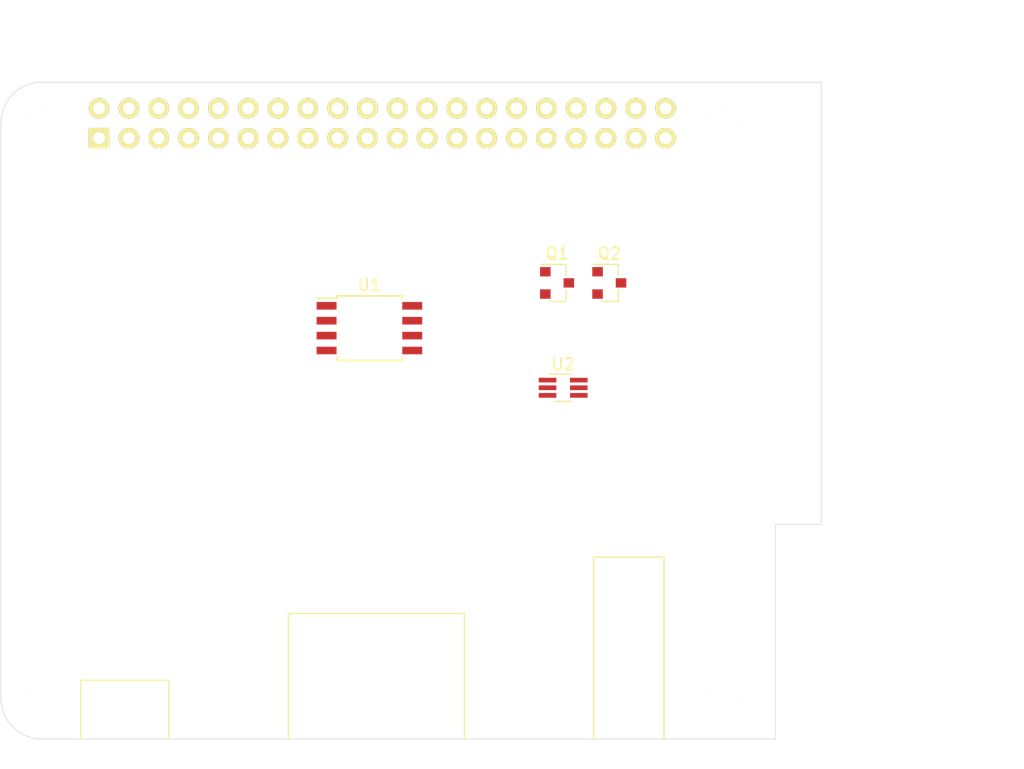
<source format=kicad_pcb>
(kicad_pcb (version 20171130) (host pcbnew "(5.1.10)-1")

  (general
    (thickness 1.6)
    (drawings 17)
    (tracks 0)
    (zones 0)
    (modules 5)
    (nets 61)
  )

  (page A4)
  (layers
    (0 F.Cu signal)
    (31 B.Cu signal)
    (32 B.Adhes user)
    (33 F.Adhes user)
    (34 B.Paste user)
    (35 F.Paste user)
    (36 B.SilkS user)
    (37 F.SilkS user)
    (38 B.Mask user)
    (39 F.Mask user)
    (40 Dwgs.User user)
    (41 Cmts.User user)
    (42 Eco1.User user)
    (43 Eco2.User user)
    (44 Edge.Cuts user)
    (45 Margin user)
    (46 B.CrtYd user)
    (47 F.CrtYd user)
    (48 B.Fab user)
    (49 F.Fab user)
  )

  (setup
    (last_trace_width 0.25)
    (trace_clearance 0.2)
    (zone_clearance 0.508)
    (zone_45_only no)
    (trace_min 0.2)
    (via_size 0.8)
    (via_drill 0.4)
    (via_min_size 0.4)
    (via_min_drill 0.3)
    (uvia_size 0.3)
    (uvia_drill 0.1)
    (uvias_allowed no)
    (uvia_min_size 0.2)
    (uvia_min_drill 0.1)
    (edge_width 0.05)
    (segment_width 0.2)
    (pcb_text_width 0.3)
    (pcb_text_size 1.5 1.5)
    (mod_edge_width 0.12)
    (mod_text_size 1 1)
    (mod_text_width 0.15)
    (pad_size 1.524 1.524)
    (pad_drill 0.762)
    (pad_to_mask_clearance 0)
    (aux_axis_origin 0 0)
    (visible_elements 7FFFFFFF)
    (pcbplotparams
      (layerselection 0x010fc_ffffffff)
      (usegerberextensions false)
      (usegerberattributes true)
      (usegerberadvancedattributes true)
      (creategerberjobfile true)
      (excludeedgelayer true)
      (linewidth 0.100000)
      (plotframeref false)
      (viasonmask false)
      (mode 1)
      (useauxorigin false)
      (hpglpennumber 1)
      (hpglpenspeed 20)
      (hpglpendiameter 15.000000)
      (psnegative false)
      (psa4output false)
      (plotreference true)
      (plotvalue true)
      (plotinvisibletext false)
      (padsonsilk false)
      (subtractmaskfromsilk false)
      (outputformat 1)
      (mirror false)
      (drillshape 1)
      (scaleselection 1)
      (outputdirectory ""))
  )

  (net 0 "")
  (net 1 "Net-(J1-Pad27)")
  (net 2 "Net-(J1-Pad28)")
  (net 3 "Net-(J1-Pad29)")
  (net 4 "Net-(J1-Pad30)")
  (net 5 "Net-(J1-Pad24)")
  (net 6 "Net-(J1-Pad23)")
  (net 7 "Net-(J1-Pad1)")
  (net 8 "Net-(J1-Pad2)")
  (net 9 "Net-(J1-Pad3)")
  (net 10 "Net-(J1-Pad4)")
  (net 11 "Net-(J1-Pad5)")
  (net 12 "Net-(J1-Pad6)")
  (net 13 "Net-(J1-Pad7)")
  (net 14 "Net-(J1-Pad8)")
  (net 15 "Net-(J1-Pad9)")
  (net 16 "Net-(J1-Pad10)")
  (net 17 "Net-(J1-Pad11)")
  (net 18 "Net-(J1-Pad12)")
  (net 19 "Net-(J1-Pad13)")
  (net 20 "Net-(J1-Pad14)")
  (net 21 "Net-(J1-Pad15)")
  (net 22 "Net-(J1-Pad16)")
  (net 23 "Net-(J1-Pad17)")
  (net 24 "Net-(J1-Pad18)")
  (net 25 "Net-(J1-Pad19)")
  (net 26 "Net-(J1-Pad20)")
  (net 27 "Net-(J1-Pad21)")
  (net 28 "Net-(J1-Pad22)")
  (net 29 "Net-(J1-Pad25)")
  (net 30 "Net-(J1-Pad26)")
  (net 31 "Net-(J1-Pad32)")
  (net 32 "Net-(J1-Pad31)")
  (net 33 "Net-(J1-Pad34)")
  (net 34 "Net-(J1-Pad33)")
  (net 35 "Net-(J1-Pad36)")
  (net 36 "Net-(J1-Pad35)")
  (net 37 "Net-(J1-Pad38)")
  (net 38 "Net-(J1-Pad37)")
  (net 39 "Net-(J1-Pad40)")
  (net 40 "Net-(J1-Pad39)")
  (net 41 "Net-(U1-Pad8)")
  (net 42 "Net-(U1-Pad7)")
  (net 43 "Net-(U1-Pad6)")
  (net 44 "Net-(U1-Pad5)")
  (net 45 "Net-(U1-Pad4)")
  (net 46 "Net-(U1-Pad3)")
  (net 47 "Net-(U1-Pad2)")
  (net 48 "Net-(U1-Pad1)")
  (net 49 "Net-(Q1-Pad3)")
  (net 50 "Net-(Q1-Pad2)")
  (net 51 "Net-(Q1-Pad1)")
  (net 52 HV)
  (net 53 LV)
  (net 54 +3V3)
  (net 55 "Net-(U2-Pad6)")
  (net 56 VCC)
  (net 57 "Net-(U2-Pad4)")
  (net 58 "Net-(U2-Pad3)")
  (net 59 GND)
  (net 60 "Net-(U2-Pad1)")

  (net_class Default "This is the default net class."
    (clearance 0.2)
    (trace_width 0.25)
    (via_dia 0.8)
    (via_drill 0.4)
    (uvia_dia 0.3)
    (uvia_drill 0.1)
    (add_net +3V3)
    (add_net GND)
    (add_net HV)
    (add_net LV)
    (add_net "Net-(J1-Pad1)")
    (add_net "Net-(J1-Pad10)")
    (add_net "Net-(J1-Pad11)")
    (add_net "Net-(J1-Pad12)")
    (add_net "Net-(J1-Pad13)")
    (add_net "Net-(J1-Pad14)")
    (add_net "Net-(J1-Pad15)")
    (add_net "Net-(J1-Pad16)")
    (add_net "Net-(J1-Pad17)")
    (add_net "Net-(J1-Pad18)")
    (add_net "Net-(J1-Pad19)")
    (add_net "Net-(J1-Pad2)")
    (add_net "Net-(J1-Pad20)")
    (add_net "Net-(J1-Pad21)")
    (add_net "Net-(J1-Pad22)")
    (add_net "Net-(J1-Pad23)")
    (add_net "Net-(J1-Pad24)")
    (add_net "Net-(J1-Pad25)")
    (add_net "Net-(J1-Pad26)")
    (add_net "Net-(J1-Pad27)")
    (add_net "Net-(J1-Pad28)")
    (add_net "Net-(J1-Pad29)")
    (add_net "Net-(J1-Pad3)")
    (add_net "Net-(J1-Pad30)")
    (add_net "Net-(J1-Pad31)")
    (add_net "Net-(J1-Pad32)")
    (add_net "Net-(J1-Pad33)")
    (add_net "Net-(J1-Pad34)")
    (add_net "Net-(J1-Pad35)")
    (add_net "Net-(J1-Pad36)")
    (add_net "Net-(J1-Pad37)")
    (add_net "Net-(J1-Pad38)")
    (add_net "Net-(J1-Pad39)")
    (add_net "Net-(J1-Pad4)")
    (add_net "Net-(J1-Pad40)")
    (add_net "Net-(J1-Pad5)")
    (add_net "Net-(J1-Pad6)")
    (add_net "Net-(J1-Pad7)")
    (add_net "Net-(J1-Pad8)")
    (add_net "Net-(J1-Pad9)")
    (add_net "Net-(Q1-Pad1)")
    (add_net "Net-(Q1-Pad2)")
    (add_net "Net-(Q1-Pad3)")
    (add_net "Net-(U1-Pad1)")
    (add_net "Net-(U1-Pad2)")
    (add_net "Net-(U1-Pad3)")
    (add_net "Net-(U1-Pad4)")
    (add_net "Net-(U1-Pad5)")
    (add_net "Net-(U1-Pad6)")
    (add_net "Net-(U1-Pad7)")
    (add_net "Net-(U1-Pad8)")
    (add_net "Net-(U2-Pad1)")
    (add_net "Net-(U2-Pad3)")
    (add_net "Net-(U2-Pad4)")
    (add_net "Net-(U2-Pad6)")
    (add_net VCC)
  )

  (module Package_TO_SOT_SMD:SOT-363_SC-70-6_Handsoldering (layer F.Cu) (tedit 5A02FF57) (tstamp 63E15C1C)
    (at 105.41 82.55)
    (descr "SOT-363, SC-70-6, Handsoldering")
    (tags "SOT-363 SC-70-6 Handsoldering")
    (path /63E1520F)
    (attr smd)
    (fp_text reference U2 (at 0 -2) (layer F.SilkS)
      (effects (font (size 1 1) (thickness 0.15)))
    )
    (fp_text value 74LVC1G97 (at 0 2 180) (layer F.Fab)
      (effects (font (size 1 1) (thickness 0.15)))
    )
    (fp_text user %R (at 0 0 90) (layer F.Fab)
      (effects (font (size 0.5 0.5) (thickness 0.075)))
    )
    (fp_line (start -2.4 1.4) (end 2.4 1.4) (layer F.CrtYd) (width 0.05))
    (fp_line (start 0.7 -1.16) (end -1.2 -1.16) (layer F.SilkS) (width 0.12))
    (fp_line (start -0.7 1.16) (end 0.7 1.16) (layer F.SilkS) (width 0.12))
    (fp_line (start 2.4 1.4) (end 2.4 -1.4) (layer F.CrtYd) (width 0.05))
    (fp_line (start -2.4 -1.4) (end -2.4 1.4) (layer F.CrtYd) (width 0.05))
    (fp_line (start -2.4 -1.4) (end 2.4 -1.4) (layer F.CrtYd) (width 0.05))
    (fp_line (start 0.675 -1.1) (end -0.175 -1.1) (layer F.Fab) (width 0.1))
    (fp_line (start -0.675 -0.6) (end -0.675 1.1) (layer F.Fab) (width 0.1))
    (fp_line (start 0.675 -1.1) (end 0.675 1.1) (layer F.Fab) (width 0.1))
    (fp_line (start 0.675 1.1) (end -0.675 1.1) (layer F.Fab) (width 0.1))
    (fp_line (start -0.175 -1.1) (end -0.675 -0.6) (layer F.Fab) (width 0.1))
    (pad 6 smd rect (at 1.33 -0.65) (size 1.5 0.4) (layers F.Cu F.Paste F.Mask)
      (net 55 "Net-(U2-Pad6)"))
    (pad 5 smd rect (at 1.33 0) (size 1.5 0.4) (layers F.Cu F.Paste F.Mask)
      (net 56 VCC))
    (pad 4 smd rect (at 1.33 0.65) (size 1.5 0.4) (layers F.Cu F.Paste F.Mask)
      (net 57 "Net-(U2-Pad4)"))
    (pad 3 smd rect (at -1.33 0.65) (size 1.5 0.4) (layers F.Cu F.Paste F.Mask)
      (net 58 "Net-(U2-Pad3)"))
    (pad 2 smd rect (at -1.33 0) (size 1.5 0.4) (layers F.Cu F.Paste F.Mask)
      (net 59 GND))
    (pad 1 smd rect (at -1.33 -0.65) (size 1.5 0.4) (layers F.Cu F.Paste F.Mask)
      (net 60 "Net-(U2-Pad1)"))
    (model ${KISYS3DMOD}/Package_TO_SOT_SMD.3dshapes/SOT-363_SC-70-6.wrl
      (at (xyz 0 0 0))
      (scale (xyz 1 1 1))
      (rotate (xyz 0 0 0))
    )
  )

  (module Package_TO_SOT_SMD:SOT-23 (layer F.Cu) (tedit 5A02FF57) (tstamp 63DE7AE4)
    (at 109.34 73.61)
    (descr "SOT-23, Standard")
    (tags SOT-23)
    (path /63DFA5A7)
    (attr smd)
    (fp_text reference Q2 (at 0 -2.5) (layer F.SilkS)
      (effects (font (size 1 1) (thickness 0.15)))
    )
    (fp_text value BSS138 (at 0 2.5) (layer F.Fab)
      (effects (font (size 1 1) (thickness 0.15)))
    )
    (fp_line (start 0.76 1.58) (end -0.7 1.58) (layer F.SilkS) (width 0.12))
    (fp_line (start 0.76 -1.58) (end -1.4 -1.58) (layer F.SilkS) (width 0.12))
    (fp_line (start -1.7 1.75) (end -1.7 -1.75) (layer F.CrtYd) (width 0.05))
    (fp_line (start 1.7 1.75) (end -1.7 1.75) (layer F.CrtYd) (width 0.05))
    (fp_line (start 1.7 -1.75) (end 1.7 1.75) (layer F.CrtYd) (width 0.05))
    (fp_line (start -1.7 -1.75) (end 1.7 -1.75) (layer F.CrtYd) (width 0.05))
    (fp_line (start 0.76 -1.58) (end 0.76 -0.65) (layer F.SilkS) (width 0.12))
    (fp_line (start 0.76 1.58) (end 0.76 0.65) (layer F.SilkS) (width 0.12))
    (fp_line (start -0.7 1.52) (end 0.7 1.52) (layer F.Fab) (width 0.1))
    (fp_line (start 0.7 -1.52) (end 0.7 1.52) (layer F.Fab) (width 0.1))
    (fp_line (start -0.7 -0.95) (end -0.15 -1.52) (layer F.Fab) (width 0.1))
    (fp_line (start -0.15 -1.52) (end 0.7 -1.52) (layer F.Fab) (width 0.1))
    (fp_line (start -0.7 -0.95) (end -0.7 1.5) (layer F.Fab) (width 0.1))
    (fp_text user %R (at 0 0 90) (layer F.Fab)
      (effects (font (size 0.5 0.5) (thickness 0.075)))
    )
    (pad 3 smd rect (at 1 0) (size 0.9 0.8) (layers F.Cu F.Paste F.Mask)
      (net 52 HV))
    (pad 2 smd rect (at -1 0.95) (size 0.9 0.8) (layers F.Cu F.Paste F.Mask)
      (net 53 LV))
    (pad 1 smd rect (at -1 -0.95) (size 0.9 0.8) (layers F.Cu F.Paste F.Mask)
      (net 54 +3V3))
    (model ${KISYS3DMOD}/Package_TO_SOT_SMD.3dshapes/SOT-23.wrl
      (at (xyz 0 0 0))
      (scale (xyz 1 1 1))
      (rotate (xyz 0 0 0))
    )
  )

  (module Package_TO_SOT_SMD:SOT-23 (layer F.Cu) (tedit 5A02FF57) (tstamp 63DE7ACF)
    (at 104.89 73.61)
    (descr "SOT-23, Standard")
    (tags SOT-23)
    (path /63DF8C6B)
    (attr smd)
    (fp_text reference Q1 (at 0 -2.5) (layer F.SilkS)
      (effects (font (size 1 1) (thickness 0.15)))
    )
    (fp_text value BSS138 (at 0 2.5) (layer F.Fab)
      (effects (font (size 1 1) (thickness 0.15)))
    )
    (fp_line (start 0.76 1.58) (end -0.7 1.58) (layer F.SilkS) (width 0.12))
    (fp_line (start 0.76 -1.58) (end -1.4 -1.58) (layer F.SilkS) (width 0.12))
    (fp_line (start -1.7 1.75) (end -1.7 -1.75) (layer F.CrtYd) (width 0.05))
    (fp_line (start 1.7 1.75) (end -1.7 1.75) (layer F.CrtYd) (width 0.05))
    (fp_line (start 1.7 -1.75) (end 1.7 1.75) (layer F.CrtYd) (width 0.05))
    (fp_line (start -1.7 -1.75) (end 1.7 -1.75) (layer F.CrtYd) (width 0.05))
    (fp_line (start 0.76 -1.58) (end 0.76 -0.65) (layer F.SilkS) (width 0.12))
    (fp_line (start 0.76 1.58) (end 0.76 0.65) (layer F.SilkS) (width 0.12))
    (fp_line (start -0.7 1.52) (end 0.7 1.52) (layer F.Fab) (width 0.1))
    (fp_line (start 0.7 -1.52) (end 0.7 1.52) (layer F.Fab) (width 0.1))
    (fp_line (start -0.7 -0.95) (end -0.15 -1.52) (layer F.Fab) (width 0.1))
    (fp_line (start -0.15 -1.52) (end 0.7 -1.52) (layer F.Fab) (width 0.1))
    (fp_line (start -0.7 -0.95) (end -0.7 1.5) (layer F.Fab) (width 0.1))
    (fp_text user %R (at 0 0 90) (layer F.Fab)
      (effects (font (size 0.5 0.5) (thickness 0.075)))
    )
    (pad 3 smd rect (at 1 0) (size 0.9 0.8) (layers F.Cu F.Paste F.Mask)
      (net 49 "Net-(Q1-Pad3)"))
    (pad 2 smd rect (at -1 0.95) (size 0.9 0.8) (layers F.Cu F.Paste F.Mask)
      (net 50 "Net-(Q1-Pad2)"))
    (pad 1 smd rect (at -1 -0.95) (size 0.9 0.8) (layers F.Cu F.Paste F.Mask)
      (net 51 "Net-(Q1-Pad1)"))
    (model ${KISYS3DMOD}/Package_TO_SOT_SMD.3dshapes/SOT-23.wrl
      (at (xyz 0 0 0))
      (scale (xyz 1 1 1))
      (rotate (xyz 0 0 0))
    )
  )

  (module Package_SO:SOIJ-8_5.3x5.3mm_P1.27mm (layer F.Cu) (tedit 5A02F2D3) (tstamp 63DE76B0)
    (at 88.9 77.47)
    (descr "8-Lead Plastic Small Outline (SM) - Medium, 5.28 mm Body [SOIC] (see Microchip Packaging Specification 00000049BS.pdf)")
    (tags "SOIC 1.27")
    (path /63DF71D7)
    (attr smd)
    (fp_text reference U1 (at 0 -3.68) (layer F.SilkS)
      (effects (font (size 1 1) (thickness 0.15)))
    )
    (fp_text value ATtiny85-20SU (at 0 3.68) (layer F.Fab)
      (effects (font (size 1 1) (thickness 0.15)))
    )
    (fp_line (start -2.75 -2.55) (end -4.5 -2.55) (layer F.SilkS) (width 0.15))
    (fp_line (start -2.75 2.755) (end 2.75 2.755) (layer F.SilkS) (width 0.15))
    (fp_line (start -2.75 -2.755) (end 2.75 -2.755) (layer F.SilkS) (width 0.15))
    (fp_line (start -2.75 2.755) (end -2.75 2.455) (layer F.SilkS) (width 0.15))
    (fp_line (start 2.75 2.755) (end 2.75 2.455) (layer F.SilkS) (width 0.15))
    (fp_line (start 2.75 -2.755) (end 2.75 -2.455) (layer F.SilkS) (width 0.15))
    (fp_line (start -2.75 -2.755) (end -2.75 -2.55) (layer F.SilkS) (width 0.15))
    (fp_line (start -4.75 2.95) (end 4.75 2.95) (layer F.CrtYd) (width 0.05))
    (fp_line (start -4.75 -2.95) (end 4.75 -2.95) (layer F.CrtYd) (width 0.05))
    (fp_line (start 4.75 -2.95) (end 4.75 2.95) (layer F.CrtYd) (width 0.05))
    (fp_line (start -4.75 -2.95) (end -4.75 2.95) (layer F.CrtYd) (width 0.05))
    (fp_line (start -2.65 -1.65) (end -1.65 -2.65) (layer F.Fab) (width 0.15))
    (fp_line (start -2.65 2.65) (end -2.65 -1.65) (layer F.Fab) (width 0.15))
    (fp_line (start 2.65 2.65) (end -2.65 2.65) (layer F.Fab) (width 0.15))
    (fp_line (start 2.65 -2.65) (end 2.65 2.65) (layer F.Fab) (width 0.15))
    (fp_line (start -1.65 -2.65) (end 2.65 -2.65) (layer F.Fab) (width 0.15))
    (fp_text user %R (at 0 0) (layer F.Fab)
      (effects (font (size 1 1) (thickness 0.15)))
    )
    (pad 8 smd rect (at 3.65 -1.905) (size 1.7 0.65) (layers F.Cu F.Paste F.Mask)
      (net 41 "Net-(U1-Pad8)"))
    (pad 7 smd rect (at 3.65 -0.635) (size 1.7 0.65) (layers F.Cu F.Paste F.Mask)
      (net 42 "Net-(U1-Pad7)"))
    (pad 6 smd rect (at 3.65 0.635) (size 1.7 0.65) (layers F.Cu F.Paste F.Mask)
      (net 43 "Net-(U1-Pad6)"))
    (pad 5 smd rect (at 3.65 1.905) (size 1.7 0.65) (layers F.Cu F.Paste F.Mask)
      (net 44 "Net-(U1-Pad5)"))
    (pad 4 smd rect (at -3.65 1.905) (size 1.7 0.65) (layers F.Cu F.Paste F.Mask)
      (net 45 "Net-(U1-Pad4)"))
    (pad 3 smd rect (at -3.65 0.635) (size 1.7 0.65) (layers F.Cu F.Paste F.Mask)
      (net 46 "Net-(U1-Pad3)"))
    (pad 2 smd rect (at -3.65 -0.635) (size 1.7 0.65) (layers F.Cu F.Paste F.Mask)
      (net 47 "Net-(U1-Pad2)"))
    (pad 1 smd rect (at -3.65 -1.905) (size 1.7 0.65) (layers F.Cu F.Paste F.Mask)
      (net 48 "Net-(U1-Pad1)"))
    (model ${KISYS3DMOD}/Package_SO.3dshapes/SOIJ-8_5.3x5.3mm_P1.27mm.wrl
      (at (xyz 0 0 0))
      (scale (xyz 1 1 1))
      (rotate (xyz 0 0 0))
    )
  )

  (module raspberrypi_2_3:raspberrypi_2_3 (layer F.Cu) (tedit 5C5E4138) (tstamp 63DE5898)
    (at 90 60)
    (descr "RaspberryPi 2")
    (tags CONN)
    (path /63DE4EB0)
    (fp_text reference J1 (at 0 -8.9) (layer F.Fab)
      (effects (font (size 2 2) (thickness 0.25)))
    )
    (fp_text value Raspberry_Pi_2_3 (at 0.1 -5.7) (layer F.Fab)
      (effects (font (size 2 2) (thickness 0.25)))
    )
    (fp_line (start -32.5 16.4) (end -32.5 31) (layer B.CrtYd) (width 0.15))
    (fp_line (start -18.2 52.5) (end -25.7 52.5) (layer B.CrtYd) (width 0.15))
    (fp_line (start 7 52.5) (end -8 52.5) (layer B.CrtYd) (width 0.15))
    (fp_line (start -18.2 47.5) (end -25.7 47.5) (layer B.CrtYd) (width 0.15))
    (fp_line (start -18.2 52.5) (end -18.2 47.5) (layer B.CrtYd) (width 0.15))
    (fp_line (start -25.7 52.5) (end -25.7 47.5) (layer B.CrtYd) (width 0.15))
    (fp_line (start -8 41.8) (end -8 52.5) (layer B.CrtYd) (width 0.15))
    (fp_line (start -8 41.8) (end 7 41.8) (layer B.CrtYd) (width 0.15))
    (fp_line (start 7 52.5) (end 7 41.8) (layer B.CrtYd) (width 0.15))
    (fp_line (start 18 55) (end 24 55) (layer B.CrtYd) (width 0.15))
    (fp_line (start 18 37) (end 18 55) (layer B.CrtYd) (width 0.15))
    (fp_line (start 24 37) (end 18 37) (layer B.CrtYd) (width 0.15))
    (fp_line (start 24 55) (end 24 37) (layer B.CrtYd) (width 0.15))
    (fp_line (start -17.9 16.4) (end -32.5 16.4) (layer B.CrtYd) (width 0.15))
    (fp_line (start -17.9 31) (end -32.5 31) (layer B.CrtYd) (width 0.15))
    (fp_line (start -17.9 16.4) (end -17.9 31) (layer B.CrtYd) (width 0.15))
    (fp_line (start 54.6 50.2) (end 54.6 34.3) (layer B.CrtYd) (width 0.15))
    (fp_line (start 33.6 50.2) (end 33.6 34.3) (layer B.CrtYd) (width 0.15))
    (fp_line (start 54.6 50.2) (end 33.6 50.2) (layer B.CrtYd) (width 0.15))
    (fp_line (start 33.6 34.3) (end 54.6 34.3) (layer B.CrtYd) (width 0.15))
    (fp_line (start 37.5 17) (end 54.6 17) (layer B.CrtYd) (width 0.15))
    (fp_line (start 37.5 30.1) (end 37.5 17) (layer B.CrtYd) (width 0.15))
    (fp_line (start 54.6 30.1) (end 37.5 30.1) (layer B.CrtYd) (width 0.15))
    (fp_line (start 54.6 30.1) (end 54.6 17) (layer B.CrtYd) (width 0.15))
    (fp_line (start 54.6 12.1) (end 37.5 12.1) (layer B.CrtYd) (width 0.15))
    (fp_line (start 37.5 -1) (end 37.5 12.1) (layer B.CrtYd) (width 0.15))
    (fp_line (start 54.6 12.1) (end 54.6 -1) (layer B.CrtYd) (width 0.15))
    (fp_line (start 37.5 -1) (end 54.6 -1) (layer B.CrtYd) (width 0.15))
    (fp_line (start -32.5 49) (end -32.5 0) (layer F.Fab) (width 0.15))
    (fp_line (start 49.5 -3.5) (end -29 -3.5) (layer F.Fab) (width 0.15))
    (fp_line (start 52.5 49.5) (end 52.5 -0.5) (layer F.Fab) (width 0.15))
    (fp_line (start -29 52.5) (end 49.5 52.5) (layer F.Fab) (width 0.15))
    (fp_line (start -25.4 -2.54) (end 25.4 -2.54) (layer F.Fab) (width 0.15))
    (fp_line (start 25.4 2.54) (end -25.4 2.54) (layer F.Fab) (width 0.15))
    (fp_line (start -25.4 -2.54) (end -25.4 2.54) (layer F.Fab) (width 0.15))
    (fp_line (start 25.39492 2.54) (end 25.39492 -2.54) (layer F.Fab) (width 0.15))
    (fp_arc (start 49.5 -0.5) (end 49.5 -3.5) (angle 90) (layer F.Fab) (width 0.15))
    (fp_arc (start 49.5 49.5) (end 52.5 49.5) (angle 90) (layer F.Fab) (width 0.15))
    (fp_arc (start -29 49) (end -29 52.5) (angle 90) (layer F.Fab) (width 0.15))
    (fp_arc (start -29 0) (end -32.5 0) (angle 90) (layer F.Fab) (width 0.15))
    (fp_text user "By Lukaneco" (at 23.7 -6.8) (layer F.Fab)
      (effects (font (size 1 1) (thickness 0.15)))
    )
    (pad 27 thru_hole circle (at 8.89 1.27) (size 1.75 1.75) (drill 1.016) (layers *.Cu *.Mask F.SilkS)
      (net 1 "Net-(J1-Pad27)"))
    (pad 28 thru_hole circle (at 8.89 -1.27) (size 1.75 1.75) (drill 1.016) (layers *.Cu *.Mask F.SilkS)
      (net 2 "Net-(J1-Pad28)"))
    (pad 29 thru_hole circle (at 11.43 1.27) (size 1.75 1.75) (drill 1.016) (layers *.Cu *.Mask F.SilkS)
      (net 3 "Net-(J1-Pad29)"))
    (pad 30 thru_hole circle (at 11.43 -1.27) (size 1.75 1.75) (drill 1.016) (layers *.Cu *.Mask F.SilkS)
      (net 4 "Net-(J1-Pad30)"))
    (pad 24 thru_hole circle (at 3.81 -1.27) (size 1.75 1.75) (drill 1.016) (layers *.Cu *.Mask F.SilkS)
      (net 5 "Net-(J1-Pad24)"))
    (pad 23 thru_hole circle (at 3.81 1.27) (size 1.75 1.75) (drill 1.016) (layers *.Cu *.Mask F.SilkS)
      (net 6 "Net-(J1-Pad23)"))
    (pad 1 thru_hole rect (at -24.13 1.27) (size 1.75 1.75) (drill 1.016) (layers *.Cu *.Mask F.SilkS)
      (net 7 "Net-(J1-Pad1)"))
    (pad 2 thru_hole circle (at -24.13 -1.27) (size 1.75 1.75) (drill 1.016) (layers *.Cu *.Mask F.SilkS)
      (net 8 "Net-(J1-Pad2)"))
    (pad 3 thru_hole circle (at -21.59 1.27) (size 1.75 1.75) (drill 1.016) (layers *.Cu *.Mask F.SilkS)
      (net 9 "Net-(J1-Pad3)"))
    (pad 4 thru_hole circle (at -21.59 -1.27) (size 1.75 1.75) (drill 1.016) (layers *.Cu *.Mask F.SilkS)
      (net 10 "Net-(J1-Pad4)"))
    (pad 5 thru_hole circle (at -19.05 1.27) (size 1.75 1.75) (drill 1.016) (layers *.Cu *.Mask F.SilkS)
      (net 11 "Net-(J1-Pad5)"))
    (pad 6 thru_hole circle (at -19.05 -1.27) (size 1.75 1.75) (drill 1.016) (layers *.Cu *.Mask F.SilkS)
      (net 12 "Net-(J1-Pad6)"))
    (pad 7 thru_hole circle (at -16.51 1.27) (size 1.75 1.75) (drill 1.016) (layers *.Cu *.Mask F.SilkS)
      (net 13 "Net-(J1-Pad7)"))
    (pad 8 thru_hole circle (at -16.51 -1.27) (size 1.75 1.75) (drill 1.016) (layers *.Cu *.Mask F.SilkS)
      (net 14 "Net-(J1-Pad8)"))
    (pad 9 thru_hole circle (at -13.97 1.27) (size 1.75 1.75) (drill 1.016) (layers *.Cu *.Mask F.SilkS)
      (net 15 "Net-(J1-Pad9)"))
    (pad 10 thru_hole circle (at -13.97 -1.27) (size 1.75 1.75) (drill 1.016) (layers *.Cu *.Mask F.SilkS)
      (net 16 "Net-(J1-Pad10)"))
    (pad 11 thru_hole circle (at -11.43 1.27) (size 1.75 1.75) (drill 1.016) (layers *.Cu *.Mask F.SilkS)
      (net 17 "Net-(J1-Pad11)"))
    (pad 12 thru_hole circle (at -11.43 -1.27) (size 1.75 1.75) (drill 1.016) (layers *.Cu *.Mask F.SilkS)
      (net 18 "Net-(J1-Pad12)"))
    (pad 13 thru_hole circle (at -8.89 1.27) (size 1.75 1.75) (drill 1.016) (layers *.Cu *.Mask F.SilkS)
      (net 19 "Net-(J1-Pad13)"))
    (pad 14 thru_hole circle (at -8.89 -1.27) (size 1.75 1.75) (drill 1.016) (layers *.Cu *.Mask F.SilkS)
      (net 20 "Net-(J1-Pad14)"))
    (pad 15 thru_hole circle (at -6.35 1.27) (size 1.75 1.75) (drill 1.016) (layers *.Cu *.Mask F.SilkS)
      (net 21 "Net-(J1-Pad15)"))
    (pad 16 thru_hole circle (at -6.35 -1.27) (size 1.75 1.75) (drill 1.016) (layers *.Cu *.Mask F.SilkS)
      (net 22 "Net-(J1-Pad16)"))
    (pad 17 thru_hole circle (at -3.81 1.27) (size 1.75 1.75) (drill 1.016) (layers *.Cu *.Mask F.SilkS)
      (net 23 "Net-(J1-Pad17)"))
    (pad 18 thru_hole circle (at -3.81 -1.27) (size 1.75 1.75) (drill 1.016) (layers *.Cu *.Mask F.SilkS)
      (net 24 "Net-(J1-Pad18)"))
    (pad 19 thru_hole circle (at -1.27 1.27) (size 1.75 1.75) (drill 1.016) (layers *.Cu *.Mask F.SilkS)
      (net 25 "Net-(J1-Pad19)"))
    (pad 20 thru_hole circle (at -1.27 -1.27) (size 1.75 1.75) (drill 1.016) (layers *.Cu *.Mask F.SilkS)
      (net 26 "Net-(J1-Pad20)"))
    (pad 21 thru_hole circle (at 1.27 1.27) (size 1.75 1.75) (drill 1.016) (layers *.Cu *.Mask F.SilkS)
      (net 27 "Net-(J1-Pad21)"))
    (pad 22 thru_hole circle (at 1.27 -1.27) (size 1.75 1.75) (drill 1.016) (layers *.Cu *.Mask F.SilkS)
      (net 28 "Net-(J1-Pad22)"))
    (pad 25 thru_hole circle (at 6.35 1.27) (size 1.75 1.75) (drill 1.016) (layers *.Cu *.Mask F.SilkS)
      (net 29 "Net-(J1-Pad25)"))
    (pad 26 thru_hole circle (at 6.35 -1.27) (size 1.75 1.75) (drill 1.016) (layers *.Cu *.Mask F.SilkS)
      (net 30 "Net-(J1-Pad26)"))
    (pad 32 thru_hole circle (at 13.97 -1.27) (size 1.75 1.75) (drill 1.016) (layers *.Cu *.Mask F.SilkS)
      (net 31 "Net-(J1-Pad32)"))
    (pad 31 thru_hole circle (at 13.97 1.27) (size 1.75 1.75) (drill 1.016) (layers *.Cu *.Mask F.SilkS)
      (net 32 "Net-(J1-Pad31)"))
    (pad 34 thru_hole circle (at 16.51 -1.27) (size 1.75 1.75) (drill 1.016) (layers *.Cu *.Mask F.SilkS)
      (net 33 "Net-(J1-Pad34)"))
    (pad 33 thru_hole circle (at 16.51 1.27) (size 1.75 1.75) (drill 1.016) (layers *.Cu *.Mask F.SilkS)
      (net 34 "Net-(J1-Pad33)"))
    (pad 36 thru_hole circle (at 19.05 -1.27) (size 1.75 1.75) (drill 1.016) (layers *.Cu *.Mask F.SilkS)
      (net 35 "Net-(J1-Pad36)"))
    (pad 35 thru_hole circle (at 19.05 1.27) (size 1.75 1.75) (drill 1.016) (layers *.Cu *.Mask F.SilkS)
      (net 36 "Net-(J1-Pad35)"))
    (pad 38 thru_hole circle (at 21.59 -1.27) (size 1.75 1.75) (drill 1.016) (layers *.Cu *.Mask F.SilkS)
      (net 37 "Net-(J1-Pad38)"))
    (pad 37 thru_hole circle (at 21.59 1.27) (size 1.75 1.75) (drill 1.016) (layers *.Cu *.Mask F.SilkS)
      (net 38 "Net-(J1-Pad37)"))
    (pad 40 thru_hole circle (at 24.13 -1.27) (size 1.75 1.75) (drill 1.016) (layers *.Cu *.Mask F.SilkS)
      (net 39 "Net-(J1-Pad40)"))
    (pad 39 thru_hole circle (at 24.13 1.27) (size 1.75 1.75) (drill 1.016) (layers *.Cu *.Mask F.SilkS)
      (net 40 "Net-(J1-Pad39)"))
    (pad "" np_thru_hole circle (at -29 0) (size 2.75 2.75) (drill 2.75) (layers *.Cu *.Mask F.SilkS))
    (pad "" np_thru_hole circle (at 29 0) (size 2.75 2.75) (drill 2.75) (layers *.Cu *.Mask F.SilkS))
    (pad "" np_thru_hole circle (at -29 49) (size 2.75 2.75) (drill 2.75) (layers *.Cu *.Mask F.SilkS))
    (pad "" np_thru_hole circle (at 29 49) (size 2.75 2.75) (drill 2.75) (layers *.Cu *.Mask F.SilkS))
    (model ${KIPRJMOD}/lib/raspberry_pi_3_b_plus.stp
      (offset (xyz 10 -24.5 -10.5))
      (scale (xyz 1 1 1))
      (rotate (xyz 0 0 0))
    )
  )

  (gr_line (start 71.8 107.5) (end 71.8 112.5) (layer F.SilkS) (width 0.12))
  (gr_line (start 64.3 107.5) (end 71.8 107.5) (layer F.SilkS) (width 0.12))
  (gr_line (start 64.3 107.5) (end 64.3 112.5) (layer F.SilkS) (width 0.12))
  (gr_line (start 97 101.8) (end 97 112.5) (layer F.SilkS) (width 0.12))
  (gr_line (start 82 101.8) (end 97 101.8) (layer F.SilkS) (width 0.12))
  (gr_line (start 82 101.8) (end 82 112.5) (layer F.SilkS) (width 0.12))
  (gr_line (start 114 97) (end 114 112.5) (layer F.SilkS) (width 0.12))
  (gr_line (start 108 97) (end 114 97) (layer F.SilkS) (width 0.12))
  (gr_line (start 108 97) (end 108 112.5) (layer F.SilkS) (width 0.12))
  (gr_arc (start 61 109) (end 57.5 109) (angle -90) (layer Edge.Cuts) (width 0.05))
  (gr_line (start 127.4 94.2) (end 123.5 94.2) (layer Edge.Cuts) (width 0.05) (tstamp 63DE4AFB))
  (gr_line (start 123.5 94.2) (end 123.5 112.5) (layer Edge.Cuts) (width 0.05))
  (gr_line (start 127.4 56.5) (end 127.4 94.2) (layer Edge.Cuts) (width 0.05))
  (gr_line (start 61 112.5) (end 123.5 112.5) (layer Edge.Cuts) (width 0.05))
  (gr_arc (start 61 60) (end 61 56.5) (angle -90) (layer Edge.Cuts) (width 0.05))
  (gr_line (start 61 56.5) (end 127.4 56.5) (layer Edge.Cuts) (width 0.05))
  (gr_line (start 57.5 60) (end 57.5 109) (layer Edge.Cuts) (width 0.05))

)

</source>
